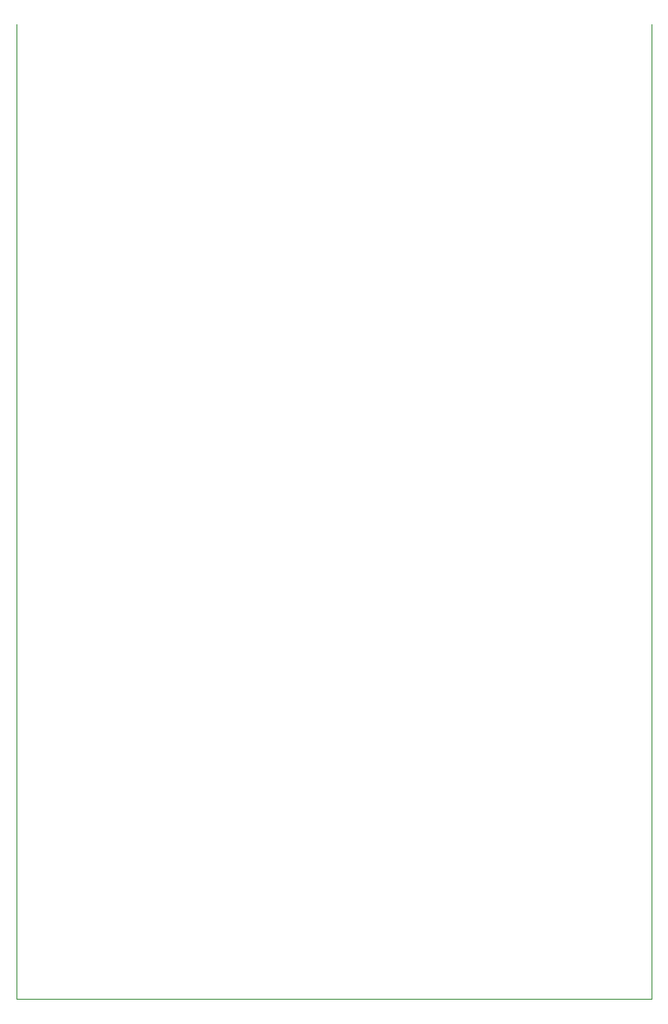
<source format=gbr>
%TF.GenerationSoftware,KiCad,Pcbnew,6.0.11+dfsg-1~bpo11+1*%
%TF.CreationDate,2023-08-01T15:36:19-03:00*%
%TF.ProjectId,simo_shield_1,73696d6f-5f73-4686-9965-6c645f312e6b,0003*%
%TF.SameCoordinates,PX69db9c0PY791ddc0*%
%TF.FileFunction,Profile,NP*%
%FSLAX46Y46*%
G04 Gerber Fmt 4.6, Leading zero omitted, Abs format (unit mm)*
G04 Created by KiCad (PCBNEW 6.0.11+dfsg-1~bpo11+1) date 2023-08-01 15:36:19*
%MOMM*%
%LPD*%
G01*
G04 APERTURE LIST*
%TA.AperFunction,Profile*%
%ADD10C,0.100000*%
%TD*%
G04 APERTURE END LIST*
D10*
X0Y0D02*
X0Y95000000D01*
X62000000Y0D02*
X62000000Y95000000D01*
X0Y0D02*
X62000000Y0D01*
M02*

</source>
